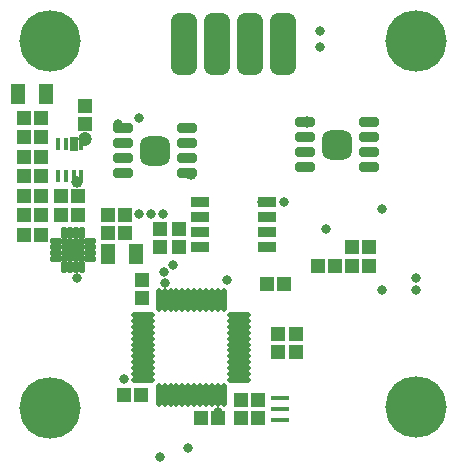
<source format=gts>
G04*
G04 #@! TF.GenerationSoftware,Altium Limited,Altium Designer,21.9.2 (33)*
G04*
G04 Layer_Color=8388736*
%FSLAX25Y25*%
%MOIN*%
G70*
G04*
G04 #@! TF.SameCoordinates,DDE03FFC-3592-4A1C-B560-7E07A9873239*
G04*
G04*
G04 #@! TF.FilePolarity,Negative*
G04*
G01*
G75*
%ADD19R,0.04950X0.06700*%
%ADD20R,0.06299X0.01181*%
%ADD28R,0.01800X0.03950*%
%ADD29R,0.04540X0.04934*%
%ADD30R,0.04934X0.04540*%
G04:AMPARAMS|DCode=31|XSize=67.06mil|YSize=30.84mil|CornerRadius=6.85mil|HoleSize=0mil|Usage=FLASHONLY|Rotation=180.000|XOffset=0mil|YOffset=0mil|HoleType=Round|Shape=RoundedRectangle|*
%AMROUNDEDRECTD31*
21,1,0.06706,0.01713,0,0,180.0*
21,1,0.05335,0.03084,0,0,180.0*
1,1,0.01371,-0.02667,0.00856*
1,1,0.01371,0.02667,0.00856*
1,1,0.01371,0.02667,-0.00856*
1,1,0.01371,-0.02667,-0.00856*
%
%ADD31ROUNDEDRECTD31*%
G04:AMPARAMS|DCode=32|XSize=97.96mil|YSize=97.96mil|CornerRadius=26.49mil|HoleSize=0mil|Usage=FLASHONLY|Rotation=180.000|XOffset=0mil|YOffset=0mil|HoleType=Round|Shape=RoundedRectangle|*
%AMROUNDEDRECTD32*
21,1,0.09796,0.04498,0,0,180.0*
21,1,0.04498,0.09796,0,0,180.0*
1,1,0.05298,-0.02249,0.02249*
1,1,0.05298,0.02249,0.02249*
1,1,0.05298,0.02249,-0.02249*
1,1,0.05298,-0.02249,-0.02249*
%
%ADD32ROUNDEDRECTD32*%
%ADD33R,0.07414X0.07414*%
G04:AMPARAMS|DCode=34|XSize=41.86mil|YSize=18.24mil|CornerRadius=5.28mil|HoleSize=0mil|Usage=FLASHONLY|Rotation=180.000|XOffset=0mil|YOffset=0mil|HoleType=Round|Shape=RoundedRectangle|*
%AMROUNDEDRECTD34*
21,1,0.04186,0.00768,0,0,180.0*
21,1,0.03130,0.01824,0,0,180.0*
1,1,0.01056,-0.01565,0.00384*
1,1,0.01056,0.01565,0.00384*
1,1,0.01056,0.01565,-0.00384*
1,1,0.01056,-0.01565,-0.00384*
%
%ADD34ROUNDEDRECTD34*%
G04:AMPARAMS|DCode=35|XSize=41.86mil|YSize=18.24mil|CornerRadius=5.28mil|HoleSize=0mil|Usage=FLASHONLY|Rotation=270.000|XOffset=0mil|YOffset=0mil|HoleType=Round|Shape=RoundedRectangle|*
%AMROUNDEDRECTD35*
21,1,0.04186,0.00768,0,0,270.0*
21,1,0.03130,0.01824,0,0,270.0*
1,1,0.01056,-0.00384,-0.01565*
1,1,0.01056,-0.00384,0.01565*
1,1,0.01056,0.00384,0.01565*
1,1,0.01056,0.00384,-0.01565*
%
%ADD35ROUNDEDRECTD35*%
%ADD36O,0.07887X0.01981*%
G04:AMPARAMS|DCode=37|XSize=86.74mil|YSize=204.85mil|CornerRadius=23.68mil|HoleSize=0mil|Usage=FLASHONLY|Rotation=0.000|XOffset=0mil|YOffset=0mil|HoleType=Round|Shape=RoundedRectangle|*
%AMROUNDEDRECTD37*
21,1,0.08674,0.15748,0,0,0.0*
21,1,0.03937,0.20485,0,0,0.0*
1,1,0.04737,0.01968,-0.07874*
1,1,0.04737,-0.01968,-0.07874*
1,1,0.04737,-0.01968,0.07874*
1,1,0.04737,0.01968,0.07874*
%
%ADD37ROUNDEDRECTD37*%
%ADD38R,0.05958X0.03359*%
%ADD39O,0.01981X0.07887*%
%ADD40R,0.02600X0.04750*%
%ADD41C,0.03162*%
%ADD42C,0.04737*%
%ADD43C,0.03950*%
%ADD44C,0.20485*%
D19*
X-71625Y43500D02*
D03*
X-62375D02*
D03*
X-32375Y-10000D02*
D03*
X-41625D02*
D03*
D20*
X15500Y-65240D02*
D03*
Y-61500D02*
D03*
Y-57760D02*
D03*
D28*
X-58338Y16175D02*
D03*
X-55779D02*
D03*
X-53220D02*
D03*
X-50661D02*
D03*
Y26825D02*
D03*
X-55779D02*
D03*
X-58338D02*
D03*
D29*
X-36354Y-57000D02*
D03*
X-30646D02*
D03*
X39500Y-14000D02*
D03*
X45209D02*
D03*
X39646Y-7500D02*
D03*
X45354D02*
D03*
X-5146Y-64500D02*
D03*
X-10854D02*
D03*
X33854Y-14000D02*
D03*
X28146D02*
D03*
X16854Y-20000D02*
D03*
X11146D02*
D03*
X8354Y-64500D02*
D03*
X2646D02*
D03*
X8354Y-58500D02*
D03*
X2646D02*
D03*
X-69854Y3000D02*
D03*
X-64146D02*
D03*
X-69854Y9500D02*
D03*
X-64146D02*
D03*
X-36146Y-3000D02*
D03*
X-57354Y3000D02*
D03*
X-41854Y-3000D02*
D03*
X-51646Y3000D02*
D03*
X-41854D02*
D03*
X-51646Y9500D02*
D03*
X-64146Y22500D02*
D03*
Y16000D02*
D03*
X-36146Y3000D02*
D03*
X-57354Y9500D02*
D03*
X-69854Y22500D02*
D03*
Y16000D02*
D03*
X-64146Y-3500D02*
D03*
X-69854D02*
D03*
X-64146Y35500D02*
D03*
X-69854D02*
D03*
X-64146Y29000D02*
D03*
X-69854D02*
D03*
D30*
X-30500Y-18646D02*
D03*
Y-24354D02*
D03*
X-49500Y39354D02*
D03*
Y33646D02*
D03*
X21000Y-36646D02*
D03*
Y-42354D02*
D03*
X-24500Y-7354D02*
D03*
Y-1646D02*
D03*
X15000Y-36646D02*
D03*
Y-42354D02*
D03*
X-18000Y-7354D02*
D03*
Y-1646D02*
D03*
D31*
X45150Y24000D02*
D03*
Y29000D02*
D03*
Y34000D02*
D03*
X23850D02*
D03*
Y29000D02*
D03*
Y24000D02*
D03*
Y19000D02*
D03*
X45150D02*
D03*
X-36650Y32000D02*
D03*
X-15350D02*
D03*
Y27000D02*
D03*
Y22000D02*
D03*
Y17000D02*
D03*
X-36650D02*
D03*
Y22000D02*
D03*
Y27000D02*
D03*
D32*
X34500Y26500D02*
D03*
X-26000Y24500D02*
D03*
D33*
X-53500Y-8500D02*
D03*
D34*
X-59150Y-11453D02*
D03*
Y-9484D02*
D03*
Y-7516D02*
D03*
Y-5547D02*
D03*
X-47850D02*
D03*
Y-7516D02*
D03*
Y-9484D02*
D03*
Y-11453D02*
D03*
D35*
X-50547Y-14150D02*
D03*
X-52516D02*
D03*
X-54484D02*
D03*
X-56453D02*
D03*
Y-2850D02*
D03*
X-54484D02*
D03*
X-52516D02*
D03*
X-50547D02*
D03*
D36*
X-29945Y-45921D02*
D03*
Y-43953D02*
D03*
Y-47890D02*
D03*
X1945Y-51827D02*
D03*
Y-49858D02*
D03*
Y-47890D02*
D03*
Y-45921D02*
D03*
Y-43953D02*
D03*
Y-41984D02*
D03*
Y-40016D02*
D03*
Y-38047D02*
D03*
Y-36079D02*
D03*
Y-34110D02*
D03*
Y-32142D02*
D03*
Y-30173D02*
D03*
X-29945D02*
D03*
Y-32142D02*
D03*
Y-34110D02*
D03*
Y-36079D02*
D03*
Y-38047D02*
D03*
Y-40016D02*
D03*
Y-41984D02*
D03*
Y-49858D02*
D03*
Y-51827D02*
D03*
D37*
X16500Y60000D02*
D03*
X5500D02*
D03*
X-5500D02*
D03*
X-16500D02*
D03*
D38*
X11201Y7500D02*
D03*
Y2500D02*
D03*
Y-2500D02*
D03*
Y-7500D02*
D03*
X-11201D02*
D03*
Y-2500D02*
D03*
Y2500D02*
D03*
Y7500D02*
D03*
D39*
X-3173Y-25055D02*
D03*
X-5142D02*
D03*
X-7110D02*
D03*
X-9079D02*
D03*
X-11047D02*
D03*
X-13016D02*
D03*
X-14984D02*
D03*
X-16953D02*
D03*
X-18921D02*
D03*
X-20890D02*
D03*
X-22858D02*
D03*
X-24827D02*
D03*
Y-56945D02*
D03*
X-22858D02*
D03*
X-20890D02*
D03*
X-18921D02*
D03*
X-16953D02*
D03*
X-14984D02*
D03*
X-13016D02*
D03*
X-11047D02*
D03*
X-9079D02*
D03*
X-7110D02*
D03*
X-5142D02*
D03*
X-3173D02*
D03*
D40*
X-53220Y26825D02*
D03*
D41*
X-52146Y-18000D02*
D03*
X-30500Y-18646D02*
D03*
X-36354Y-57000D02*
D03*
X61000Y-22000D02*
D03*
Y-18000D02*
D03*
X-38500Y33500D02*
D03*
X-23500Y3500D02*
D03*
X-31500Y35500D02*
D03*
X-27500Y3500D02*
D03*
X-31500D02*
D03*
X-10948Y-7448D02*
D03*
X49500Y5000D02*
D03*
Y-21862D02*
D03*
X31000Y-1500D02*
D03*
X15000Y-42354D02*
D03*
X39500Y-14000D02*
D03*
X17000Y7500D02*
D03*
X28146Y-14000D02*
D03*
X11146Y-20000D02*
D03*
X33854Y-14000D02*
D03*
X16854Y-20000D02*
D03*
X8354Y-64500D02*
D03*
Y-58500D02*
D03*
X-36500Y-51370D02*
D03*
X-18000Y-1646D02*
D03*
X-23000Y-16000D02*
D03*
X-15000Y-74500D02*
D03*
X-24500Y-77500D02*
D03*
X-5134Y-62489D02*
D03*
X29000Y64500D02*
D03*
Y59000D02*
D03*
X23850Y24000D02*
D03*
X-55783Y-10784D02*
D03*
X-51217D02*
D03*
Y-6216D02*
D03*
X-53500Y-8500D02*
D03*
X-55783Y-6216D02*
D03*
X31500Y23500D02*
D03*
X34500D02*
D03*
X37500D02*
D03*
Y26500D02*
D03*
Y29500D02*
D03*
X34500D02*
D03*
X31500D02*
D03*
Y26500D02*
D03*
X-23000Y27500D02*
D03*
X-26000D02*
D03*
X-29000D02*
D03*
Y21500D02*
D03*
X-26000D02*
D03*
X-23000D02*
D03*
Y24500D02*
D03*
X-29000D02*
D03*
X-64146Y3000D02*
D03*
Y9500D02*
D03*
X-69854Y-3500D02*
D03*
X47000Y19000D02*
D03*
X43500D02*
D03*
X9500Y7500D02*
D03*
X12500D02*
D03*
X-2000Y-18500D02*
D03*
X-20000Y-13500D02*
D03*
X-22858Y-19541D02*
D03*
X34500Y26500D02*
D03*
X-26000Y24500D02*
D03*
X-51744Y9500D02*
D03*
X-69756Y16000D02*
D03*
X-57354Y3000D02*
D03*
D42*
X-49500Y28500D02*
D03*
D43*
X-52000Y14000D02*
D03*
X-14000Y16882D02*
D03*
X24500Y34000D02*
D03*
D44*
X-61000Y61024D02*
D03*
X61024Y-61000D02*
D03*
X-61000Y-61024D02*
D03*
X61024Y61000D02*
D03*
M02*

</source>
